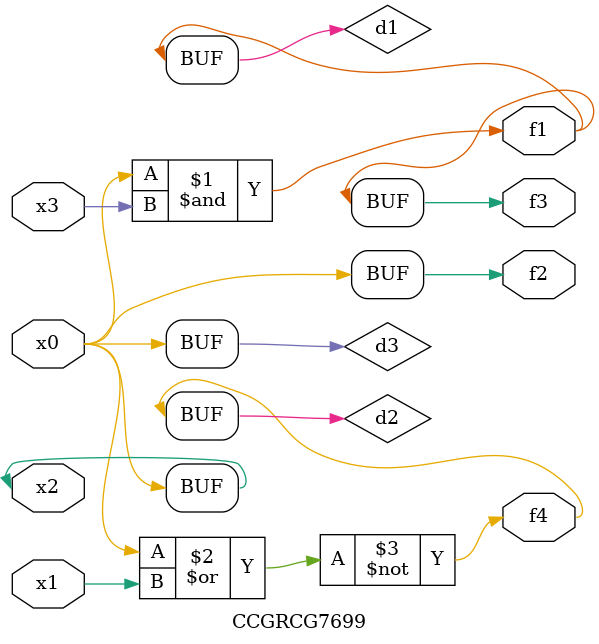
<source format=v>
module CCGRCG7699(
	input x0, x1, x2, x3,
	output f1, f2, f3, f4
);

	wire d1, d2, d3;

	and (d1, x2, x3);
	nor (d2, x0, x1);
	buf (d3, x0, x2);
	assign f1 = d1;
	assign f2 = d3;
	assign f3 = d1;
	assign f4 = d2;
endmodule

</source>
